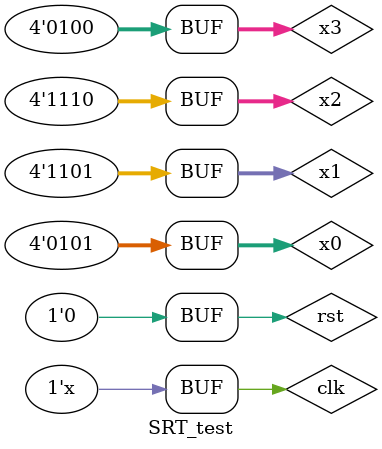
<source format=v>
`timescale 1ns / 1ps


module SRT_test();
	reg [3:0] x0,x1,x2,x3;
	reg rst;
	reg clk;
    wire [3:0] s0,s1,s2,s3;
    wire done;
	SRT LU (
		.x0(x0),
		.x1(x1),
		.x2(x2),
		.x3(x3),
		.rst(rst),
		.clk(clk),
		.s0(s0),
		.s1(s1),
		.s2(s2),
		.s3(s3),
		.done(done)
	);
	initial clk=0;
	initial rst=1;
	always #100 clk=~clk;
	initial 
	begin
	x0=4'b0101;
	x1=4'b1101;
	x2=4'b1110;
	x3=4'b0100;
	end
	initial
	begin
	#150 rst=0;
	#1000 rst=1;
	#300 rst=0;
	end
	endmodule

</source>
